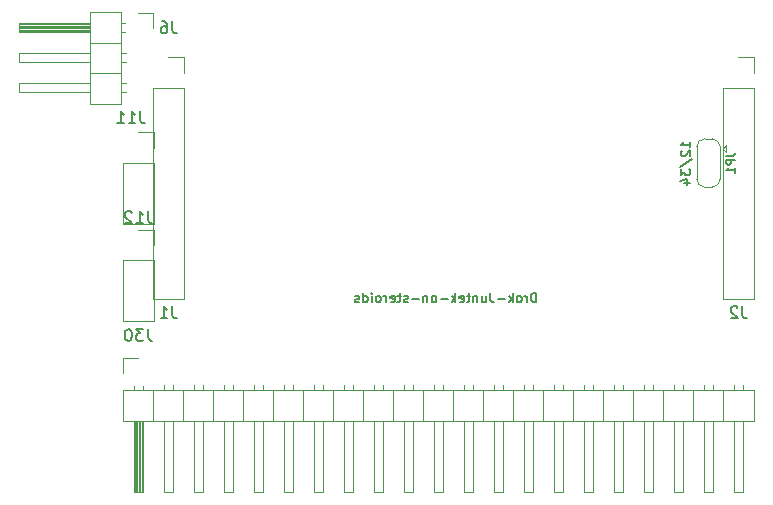
<source format=gbo>
G04 #@! TF.GenerationSoftware,KiCad,Pcbnew,(5.1.10)-1*
G04 #@! TF.CreationDate,2021-08-27T08:53:15+02:00*
G04 #@! TF.ProjectId,JuntekOnSteroidsTTGO,4a756e74-656b-44f6-9e53-7465726f6964,2.5*
G04 #@! TF.SameCoordinates,PX5b716c8PY5b716c8*
G04 #@! TF.FileFunction,Legend,Bot*
G04 #@! TF.FilePolarity,Positive*
%FSLAX46Y46*%
G04 Gerber Fmt 4.6, Leading zero omitted, Abs format (unit mm)*
G04 Created by KiCad (PCBNEW (5.1.10)-1) date 2021-08-27 08:53:15*
%MOMM*%
%LPD*%
G01*
G04 APERTURE LIST*
%ADD10C,0.150000*%
%ADD11C,0.120000*%
G04 APERTURE END LIST*
D10*
X51796904Y24193334D02*
X51796904Y24650477D01*
X51796904Y24421905D02*
X50996904Y24421905D01*
X51111190Y24498096D01*
X51187380Y24574286D01*
X51225476Y24650477D01*
X51073095Y23888572D02*
X51035000Y23850477D01*
X50996904Y23774286D01*
X50996904Y23583810D01*
X51035000Y23507620D01*
X51073095Y23469524D01*
X51149285Y23431429D01*
X51225476Y23431429D01*
X51339761Y23469524D01*
X51796904Y23926667D01*
X51796904Y23431429D01*
X50958809Y22517143D02*
X51987380Y23202858D01*
X50996904Y22326667D02*
X50996904Y21831429D01*
X51301666Y22098096D01*
X51301666Y21983810D01*
X51339761Y21907620D01*
X51377857Y21869524D01*
X51454047Y21831429D01*
X51644523Y21831429D01*
X51720714Y21869524D01*
X51758809Y21907620D01*
X51796904Y21983810D01*
X51796904Y22212381D01*
X51758809Y22288572D01*
X51720714Y22326667D01*
X51263571Y21145715D02*
X51796904Y21145715D01*
X50958809Y21336191D02*
X51530238Y21526667D01*
X51530238Y21031429D01*
X38772142Y11068096D02*
X38772142Y11868096D01*
X38581666Y11868096D01*
X38467380Y11830000D01*
X38391190Y11753810D01*
X38353095Y11677620D01*
X38315000Y11525239D01*
X38315000Y11410953D01*
X38353095Y11258572D01*
X38391190Y11182381D01*
X38467380Y11106191D01*
X38581666Y11068096D01*
X38772142Y11068096D01*
X37972142Y11068096D02*
X37972142Y11601429D01*
X37972142Y11449048D02*
X37934047Y11525239D01*
X37895952Y11563334D01*
X37819761Y11601429D01*
X37743571Y11601429D01*
X37362619Y11068096D02*
X37438809Y11106191D01*
X37476904Y11144286D01*
X37515000Y11220477D01*
X37515000Y11449048D01*
X37476904Y11525239D01*
X37438809Y11563334D01*
X37362619Y11601429D01*
X37248333Y11601429D01*
X37172142Y11563334D01*
X37134047Y11525239D01*
X37095952Y11449048D01*
X37095952Y11220477D01*
X37134047Y11144286D01*
X37172142Y11106191D01*
X37248333Y11068096D01*
X37362619Y11068096D01*
X36753095Y11068096D02*
X36753095Y11868096D01*
X36676904Y11372858D02*
X36448333Y11068096D01*
X36448333Y11601429D02*
X36753095Y11296667D01*
X36105476Y11372858D02*
X35495952Y11372858D01*
X34886428Y11868096D02*
X34886428Y11296667D01*
X34924523Y11182381D01*
X35000714Y11106191D01*
X35115000Y11068096D01*
X35191190Y11068096D01*
X34162619Y11601429D02*
X34162619Y11068096D01*
X34505476Y11601429D02*
X34505476Y11182381D01*
X34467380Y11106191D01*
X34391190Y11068096D01*
X34276904Y11068096D01*
X34200714Y11106191D01*
X34162619Y11144286D01*
X33781666Y11601429D02*
X33781666Y11068096D01*
X33781666Y11525239D02*
X33743571Y11563334D01*
X33667380Y11601429D01*
X33553095Y11601429D01*
X33476904Y11563334D01*
X33438809Y11487143D01*
X33438809Y11068096D01*
X33172142Y11601429D02*
X32867380Y11601429D01*
X33057857Y11868096D02*
X33057857Y11182381D01*
X33019761Y11106191D01*
X32943571Y11068096D01*
X32867380Y11068096D01*
X32295952Y11106191D02*
X32372142Y11068096D01*
X32524523Y11068096D01*
X32600714Y11106191D01*
X32638809Y11182381D01*
X32638809Y11487143D01*
X32600714Y11563334D01*
X32524523Y11601429D01*
X32372142Y11601429D01*
X32295952Y11563334D01*
X32257857Y11487143D01*
X32257857Y11410953D01*
X32638809Y11334762D01*
X31915000Y11068096D02*
X31915000Y11868096D01*
X31838809Y11372858D02*
X31610238Y11068096D01*
X31610238Y11601429D02*
X31915000Y11296667D01*
X31267380Y11372858D02*
X30657857Y11372858D01*
X30162619Y11068096D02*
X30238809Y11106191D01*
X30276904Y11144286D01*
X30315000Y11220477D01*
X30315000Y11449048D01*
X30276904Y11525239D01*
X30238809Y11563334D01*
X30162619Y11601429D01*
X30048333Y11601429D01*
X29972142Y11563334D01*
X29934047Y11525239D01*
X29895952Y11449048D01*
X29895952Y11220477D01*
X29934047Y11144286D01*
X29972142Y11106191D01*
X30048333Y11068096D01*
X30162619Y11068096D01*
X29553095Y11601429D02*
X29553095Y11068096D01*
X29553095Y11525239D02*
X29515000Y11563334D01*
X29438809Y11601429D01*
X29324523Y11601429D01*
X29248333Y11563334D01*
X29210238Y11487143D01*
X29210238Y11068096D01*
X28829285Y11372858D02*
X28219761Y11372858D01*
X27876904Y11106191D02*
X27800714Y11068096D01*
X27648333Y11068096D01*
X27572142Y11106191D01*
X27534047Y11182381D01*
X27534047Y11220477D01*
X27572142Y11296667D01*
X27648333Y11334762D01*
X27762619Y11334762D01*
X27838809Y11372858D01*
X27876904Y11449048D01*
X27876904Y11487143D01*
X27838809Y11563334D01*
X27762619Y11601429D01*
X27648333Y11601429D01*
X27572142Y11563334D01*
X27305476Y11601429D02*
X27000714Y11601429D01*
X27191190Y11868096D02*
X27191190Y11182381D01*
X27153095Y11106191D01*
X27076904Y11068096D01*
X27000714Y11068096D01*
X26429285Y11106191D02*
X26505476Y11068096D01*
X26657857Y11068096D01*
X26734047Y11106191D01*
X26772142Y11182381D01*
X26772142Y11487143D01*
X26734047Y11563334D01*
X26657857Y11601429D01*
X26505476Y11601429D01*
X26429285Y11563334D01*
X26391190Y11487143D01*
X26391190Y11410953D01*
X26772142Y11334762D01*
X26048333Y11068096D02*
X26048333Y11601429D01*
X26048333Y11449048D02*
X26010238Y11525239D01*
X25972142Y11563334D01*
X25895952Y11601429D01*
X25819761Y11601429D01*
X25438809Y11068096D02*
X25515000Y11106191D01*
X25553095Y11144286D01*
X25591190Y11220477D01*
X25591190Y11449048D01*
X25553095Y11525239D01*
X25515000Y11563334D01*
X25438809Y11601429D01*
X25324523Y11601429D01*
X25248333Y11563334D01*
X25210238Y11525239D01*
X25172142Y11449048D01*
X25172142Y11220477D01*
X25210238Y11144286D01*
X25248333Y11106191D01*
X25324523Y11068096D01*
X25438809Y11068096D01*
X24829285Y11068096D02*
X24829285Y11601429D01*
X24829285Y11868096D02*
X24867380Y11830000D01*
X24829285Y11791905D01*
X24791190Y11830000D01*
X24829285Y11868096D01*
X24829285Y11791905D01*
X24105476Y11068096D02*
X24105476Y11868096D01*
X24105476Y11106191D02*
X24181666Y11068096D01*
X24334047Y11068096D01*
X24410238Y11106191D01*
X24448333Y11144286D01*
X24486428Y11220477D01*
X24486428Y11449048D01*
X24448333Y11525239D01*
X24410238Y11563334D01*
X24334047Y11601429D01*
X24181666Y11601429D01*
X24105476Y11563334D01*
X23762619Y11106191D02*
X23686428Y11068096D01*
X23534047Y11068096D01*
X23457857Y11106191D01*
X23419761Y11182381D01*
X23419761Y11220477D01*
X23457857Y11296667D01*
X23534047Y11334762D01*
X23648333Y11334762D01*
X23724523Y11372858D01*
X23762619Y11449048D01*
X23762619Y11487143D01*
X23724523Y11563334D01*
X23648333Y11601429D01*
X23534047Y11601429D01*
X23457857Y11563334D01*
D11*
G04 #@! TO.C,J12*
X6410000Y9465000D02*
X3750000Y9465000D01*
X6410000Y14605000D02*
X6410000Y9465000D01*
X3750000Y14605000D02*
X3750000Y9465000D01*
X6410000Y14605000D02*
X3750000Y14605000D01*
X6410000Y15875000D02*
X6410000Y17205000D01*
X6410000Y17205000D02*
X5080000Y17205000D01*
G04 #@! TO.C,J11*
X6410000Y17720000D02*
X3750000Y17720000D01*
X6410000Y22860000D02*
X6410000Y17720000D01*
X3750000Y22860000D02*
X3750000Y17720000D01*
X6410000Y22860000D02*
X3750000Y22860000D01*
X6410000Y24130000D02*
X6410000Y25460000D01*
X6410000Y25460000D02*
X5080000Y25460000D01*
G04 #@! TO.C,JP1*
X54540000Y24060000D02*
X54840000Y23760000D01*
X54840000Y24360000D02*
X54840000Y23760000D01*
X54540000Y24060000D02*
X54840000Y24360000D01*
X53640000Y24910000D02*
X53040000Y24910000D01*
X54340000Y21460000D02*
X54340000Y24260000D01*
X53040000Y20810000D02*
X53640000Y20810000D01*
X52340000Y24260000D02*
X52340000Y21460000D01*
X53040000Y24910000D02*
G75*
G03*
X52340000Y24210000I0J-700000D01*
G01*
X54340000Y24210000D02*
G75*
G03*
X53640000Y24910000I-700000J0D01*
G01*
X53640000Y20810000D02*
G75*
G03*
X54340000Y21510000I0J700000D01*
G01*
X52340000Y21510000D02*
G75*
G03*
X53040000Y20810000I700000J0D01*
G01*
G04 #@! TO.C,J30*
X3810000Y6350000D02*
X3810000Y5080000D01*
X5080000Y6350000D02*
X3810000Y6350000D01*
X56260000Y4037071D02*
X56260000Y3640000D01*
X55500000Y4037071D02*
X55500000Y3640000D01*
X56260000Y-5020000D02*
X56260000Y980000D01*
X55500000Y-5020000D02*
X56260000Y-5020000D01*
X55500000Y980000D02*
X55500000Y-5020000D01*
X54610000Y3640000D02*
X54610000Y980000D01*
X53720000Y4037071D02*
X53720000Y3640000D01*
X52960000Y4037071D02*
X52960000Y3640000D01*
X53720000Y-5020000D02*
X53720000Y980000D01*
X52960000Y-5020000D02*
X53720000Y-5020000D01*
X52960000Y980000D02*
X52960000Y-5020000D01*
X52070000Y3640000D02*
X52070000Y980000D01*
X51180000Y4037071D02*
X51180000Y3640000D01*
X50420000Y4037071D02*
X50420000Y3640000D01*
X51180000Y-5020000D02*
X51180000Y980000D01*
X50420000Y-5020000D02*
X51180000Y-5020000D01*
X50420000Y980000D02*
X50420000Y-5020000D01*
X49530000Y3640000D02*
X49530000Y980000D01*
X48640000Y4037071D02*
X48640000Y3640000D01*
X47880000Y4037071D02*
X47880000Y3640000D01*
X48640000Y-5020000D02*
X48640000Y980000D01*
X47880000Y-5020000D02*
X48640000Y-5020000D01*
X47880000Y980000D02*
X47880000Y-5020000D01*
X46990000Y3640000D02*
X46990000Y980000D01*
X46100000Y4037071D02*
X46100000Y3640000D01*
X45340000Y4037071D02*
X45340000Y3640000D01*
X46100000Y-5020000D02*
X46100000Y980000D01*
X45340000Y-5020000D02*
X46100000Y-5020000D01*
X45340000Y980000D02*
X45340000Y-5020000D01*
X44450000Y3640000D02*
X44450000Y980000D01*
X43560000Y4037071D02*
X43560000Y3640000D01*
X42800000Y4037071D02*
X42800000Y3640000D01*
X43560000Y-5020000D02*
X43560000Y980000D01*
X42800000Y-5020000D02*
X43560000Y-5020000D01*
X42800000Y980000D02*
X42800000Y-5020000D01*
X41910000Y3640000D02*
X41910000Y980000D01*
X41020000Y4037071D02*
X41020000Y3640000D01*
X40260000Y4037071D02*
X40260000Y3640000D01*
X41020000Y-5020000D02*
X41020000Y980000D01*
X40260000Y-5020000D02*
X41020000Y-5020000D01*
X40260000Y980000D02*
X40260000Y-5020000D01*
X39370000Y3640000D02*
X39370000Y980000D01*
X38480000Y4037071D02*
X38480000Y3640000D01*
X37720000Y4037071D02*
X37720000Y3640000D01*
X38480000Y-5020000D02*
X38480000Y980000D01*
X37720000Y-5020000D02*
X38480000Y-5020000D01*
X37720000Y980000D02*
X37720000Y-5020000D01*
X36830000Y3640000D02*
X36830000Y980000D01*
X35940000Y4037071D02*
X35940000Y3640000D01*
X35180000Y4037071D02*
X35180000Y3640000D01*
X35940000Y-5020000D02*
X35940000Y980000D01*
X35180000Y-5020000D02*
X35940000Y-5020000D01*
X35180000Y980000D02*
X35180000Y-5020000D01*
X34290000Y3640000D02*
X34290000Y980000D01*
X33400000Y4037071D02*
X33400000Y3640000D01*
X32640000Y4037071D02*
X32640000Y3640000D01*
X33400000Y-5020000D02*
X33400000Y980000D01*
X32640000Y-5020000D02*
X33400000Y-5020000D01*
X32640000Y980000D02*
X32640000Y-5020000D01*
X31750000Y3640000D02*
X31750000Y980000D01*
X30860000Y4037071D02*
X30860000Y3640000D01*
X30100000Y4037071D02*
X30100000Y3640000D01*
X30860000Y-5020000D02*
X30860000Y980000D01*
X30100000Y-5020000D02*
X30860000Y-5020000D01*
X30100000Y980000D02*
X30100000Y-5020000D01*
X29210000Y3640000D02*
X29210000Y980000D01*
X28320000Y4037071D02*
X28320000Y3640000D01*
X27560000Y4037071D02*
X27560000Y3640000D01*
X28320000Y-5020000D02*
X28320000Y980000D01*
X27560000Y-5020000D02*
X28320000Y-5020000D01*
X27560000Y980000D02*
X27560000Y-5020000D01*
X26670000Y3640000D02*
X26670000Y980000D01*
X25780000Y4037071D02*
X25780000Y3640000D01*
X25020000Y4037071D02*
X25020000Y3640000D01*
X25780000Y-5020000D02*
X25780000Y980000D01*
X25020000Y-5020000D02*
X25780000Y-5020000D01*
X25020000Y980000D02*
X25020000Y-5020000D01*
X24130000Y3640000D02*
X24130000Y980000D01*
X23240000Y4037071D02*
X23240000Y3640000D01*
X22480000Y4037071D02*
X22480000Y3640000D01*
X23240000Y-5020000D02*
X23240000Y980000D01*
X22480000Y-5020000D02*
X23240000Y-5020000D01*
X22480000Y980000D02*
X22480000Y-5020000D01*
X21590000Y3640000D02*
X21590000Y980000D01*
X20700000Y4037071D02*
X20700000Y3640000D01*
X19940000Y4037071D02*
X19940000Y3640000D01*
X20700000Y-5020000D02*
X20700000Y980000D01*
X19940000Y-5020000D02*
X20700000Y-5020000D01*
X19940000Y980000D02*
X19940000Y-5020000D01*
X19050000Y3640000D02*
X19050000Y980000D01*
X18160000Y4037071D02*
X18160000Y3640000D01*
X17400000Y4037071D02*
X17400000Y3640000D01*
X18160000Y-5020000D02*
X18160000Y980000D01*
X17400000Y-5020000D02*
X18160000Y-5020000D01*
X17400000Y980000D02*
X17400000Y-5020000D01*
X16510000Y3640000D02*
X16510000Y980000D01*
X15620000Y4037071D02*
X15620000Y3640000D01*
X14860000Y4037071D02*
X14860000Y3640000D01*
X15620000Y-5020000D02*
X15620000Y980000D01*
X14860000Y-5020000D02*
X15620000Y-5020000D01*
X14860000Y980000D02*
X14860000Y-5020000D01*
X13970000Y3640000D02*
X13970000Y980000D01*
X13080000Y4037071D02*
X13080000Y3640000D01*
X12320000Y4037071D02*
X12320000Y3640000D01*
X13080000Y-5020000D02*
X13080000Y980000D01*
X12320000Y-5020000D02*
X13080000Y-5020000D01*
X12320000Y980000D02*
X12320000Y-5020000D01*
X11430000Y3640000D02*
X11430000Y980000D01*
X10540000Y4037071D02*
X10540000Y3640000D01*
X9780000Y4037071D02*
X9780000Y3640000D01*
X10540000Y-5020000D02*
X10540000Y980000D01*
X9780000Y-5020000D02*
X10540000Y-5020000D01*
X9780000Y980000D02*
X9780000Y-5020000D01*
X8890000Y3640000D02*
X8890000Y980000D01*
X8000000Y4037071D02*
X8000000Y3640000D01*
X7240000Y4037071D02*
X7240000Y3640000D01*
X8000000Y-5020000D02*
X8000000Y980000D01*
X7240000Y-5020000D02*
X8000000Y-5020000D01*
X7240000Y980000D02*
X7240000Y-5020000D01*
X6350000Y3640000D02*
X6350000Y980000D01*
X5460000Y3970000D02*
X5460000Y3640000D01*
X4700000Y3970000D02*
X4700000Y3640000D01*
X5360000Y980000D02*
X5360000Y-5020000D01*
X5240000Y980000D02*
X5240000Y-5020000D01*
X5120000Y980000D02*
X5120000Y-5020000D01*
X5000000Y980000D02*
X5000000Y-5020000D01*
X4880000Y980000D02*
X4880000Y-5020000D01*
X4760000Y980000D02*
X4760000Y-5020000D01*
X5460000Y-5020000D02*
X5460000Y980000D01*
X4700000Y-5020000D02*
X5460000Y-5020000D01*
X4700000Y980000D02*
X4700000Y-5020000D01*
X3750000Y980000D02*
X3750000Y3640000D01*
X57210000Y980000D02*
X3750000Y980000D01*
X57210000Y3640000D02*
X57210000Y980000D01*
X3750000Y3640000D02*
X57210000Y3640000D01*
G04 #@! TO.C,J6*
X6350000Y35560000D02*
X5080000Y35560000D01*
X6350000Y34290000D02*
X6350000Y35560000D01*
X4037071Y28830000D02*
X3640000Y28830000D01*
X4037071Y29590000D02*
X3640000Y29590000D01*
X-5020000Y28830000D02*
X980000Y28830000D01*
X-5020000Y29590000D02*
X-5020000Y28830000D01*
X980000Y29590000D02*
X-5020000Y29590000D01*
X3640000Y30480000D02*
X980000Y30480000D01*
X4037071Y31370000D02*
X3640000Y31370000D01*
X4037071Y32130000D02*
X3640000Y32130000D01*
X-5020000Y31370000D02*
X980000Y31370000D01*
X-5020000Y32130000D02*
X-5020000Y31370000D01*
X980000Y32130000D02*
X-5020000Y32130000D01*
X3640000Y33020000D02*
X980000Y33020000D01*
X3970000Y33910000D02*
X3640000Y33910000D01*
X3970000Y34670000D02*
X3640000Y34670000D01*
X980000Y34010000D02*
X-5020000Y34010000D01*
X980000Y34130000D02*
X-5020000Y34130000D01*
X980000Y34250000D02*
X-5020000Y34250000D01*
X980000Y34370000D02*
X-5020000Y34370000D01*
X980000Y34490000D02*
X-5020000Y34490000D01*
X980000Y34610000D02*
X-5020000Y34610000D01*
X-5020000Y33910000D02*
X980000Y33910000D01*
X-5020000Y34670000D02*
X-5020000Y33910000D01*
X980000Y34670000D02*
X-5020000Y34670000D01*
X980000Y35620000D02*
X3640000Y35620000D01*
X980000Y27880000D02*
X980000Y35620000D01*
X3640000Y27880000D02*
X980000Y27880000D01*
X3640000Y35620000D02*
X3640000Y27880000D01*
G04 #@! TO.C,J2*
X57210000Y11370000D02*
X54550000Y11370000D01*
X57210000Y29210000D02*
X57210000Y11370000D01*
X54550000Y29210000D02*
X54550000Y11370000D01*
X57210000Y29210000D02*
X54550000Y29210000D01*
X57210000Y30480000D02*
X57210000Y31810000D01*
X57210000Y31810000D02*
X55880000Y31810000D01*
G04 #@! TO.C,J1*
X8950000Y11370000D02*
X6290000Y11370000D01*
X8950000Y29210000D02*
X8950000Y11370000D01*
X6290000Y29210000D02*
X6290000Y11370000D01*
X8950000Y29210000D02*
X6290000Y29210000D01*
X8950000Y30480000D02*
X8950000Y31810000D01*
X8950000Y31810000D02*
X7620000Y31810000D01*
G04 #@! TO.C,J12*
D10*
X5889523Y18752620D02*
X5889523Y18038334D01*
X5937142Y17895477D01*
X6032380Y17800239D01*
X6175238Y17752620D01*
X6270476Y17752620D01*
X4889523Y17752620D02*
X5460952Y17752620D01*
X5175238Y17752620D02*
X5175238Y18752620D01*
X5270476Y18609762D01*
X5365714Y18514524D01*
X5460952Y18466905D01*
X4508571Y18657381D02*
X4460952Y18705000D01*
X4365714Y18752620D01*
X4127619Y18752620D01*
X4032380Y18705000D01*
X3984761Y18657381D01*
X3937142Y18562143D01*
X3937142Y18466905D01*
X3984761Y18324048D01*
X4556190Y17752620D01*
X3937142Y17752620D01*
G04 #@! TO.C,J11*
X5254523Y27217620D02*
X5254523Y26503334D01*
X5302142Y26360477D01*
X5397380Y26265239D01*
X5540238Y26217620D01*
X5635476Y26217620D01*
X4254523Y26217620D02*
X4825952Y26217620D01*
X4540238Y26217620D02*
X4540238Y27217620D01*
X4635476Y27074762D01*
X4730714Y26979524D01*
X4825952Y26931905D01*
X3302142Y26217620D02*
X3873571Y26217620D01*
X3587857Y26217620D02*
X3587857Y27217620D01*
X3683095Y27074762D01*
X3778333Y26979524D01*
X3873571Y26931905D01*
G04 #@! TO.C,JP1*
X54861666Y23443334D02*
X55361666Y23443334D01*
X55461666Y23476667D01*
X55528333Y23543334D01*
X55561666Y23643334D01*
X55561666Y23710000D01*
X55561666Y23110000D02*
X54861666Y23110000D01*
X54861666Y22843334D01*
X54895000Y22776667D01*
X54928333Y22743334D01*
X54995000Y22710000D01*
X55095000Y22710000D01*
X55161666Y22743334D01*
X55195000Y22776667D01*
X55228333Y22843334D01*
X55228333Y23110000D01*
X55561666Y22043334D02*
X55561666Y22443334D01*
X55561666Y22243334D02*
X54861666Y22243334D01*
X54961666Y22310000D01*
X55028333Y22376667D01*
X55061666Y22443334D01*
G04 #@! TO.C,J30*
X5889523Y8802620D02*
X5889523Y8088334D01*
X5937142Y7945477D01*
X6032380Y7850239D01*
X6175238Y7802620D01*
X6270476Y7802620D01*
X5508571Y8802620D02*
X4889523Y8802620D01*
X5222857Y8421667D01*
X5080000Y8421667D01*
X4984761Y8374048D01*
X4937142Y8326429D01*
X4889523Y8231191D01*
X4889523Y7993096D01*
X4937142Y7897858D01*
X4984761Y7850239D01*
X5080000Y7802620D01*
X5365714Y7802620D01*
X5460952Y7850239D01*
X5508571Y7897858D01*
X4270476Y8802620D02*
X4175238Y8802620D01*
X4080000Y8755000D01*
X4032380Y8707381D01*
X3984761Y8612143D01*
X3937142Y8421667D01*
X3937142Y8183572D01*
X3984761Y7993096D01*
X4032380Y7897858D01*
X4080000Y7850239D01*
X4175238Y7802620D01*
X4270476Y7802620D01*
X4365714Y7850239D01*
X4413333Y7897858D01*
X4460952Y7993096D01*
X4508571Y8183572D01*
X4508571Y8421667D01*
X4460952Y8612143D01*
X4413333Y8707381D01*
X4365714Y8755000D01*
X4270476Y8802620D01*
G04 #@! TO.C,J6*
X7953333Y34837620D02*
X7953333Y34123334D01*
X8000952Y33980477D01*
X8096190Y33885239D01*
X8239047Y33837620D01*
X8334285Y33837620D01*
X7048571Y34837620D02*
X7239047Y34837620D01*
X7334285Y34790000D01*
X7381904Y34742381D01*
X7477142Y34599524D01*
X7524761Y34409048D01*
X7524761Y34028096D01*
X7477142Y33932858D01*
X7429523Y33885239D01*
X7334285Y33837620D01*
X7143809Y33837620D01*
X7048571Y33885239D01*
X7000952Y33932858D01*
X6953333Y34028096D01*
X6953333Y34266191D01*
X7000952Y34361429D01*
X7048571Y34409048D01*
X7143809Y34456667D01*
X7334285Y34456667D01*
X7429523Y34409048D01*
X7477142Y34361429D01*
X7524761Y34266191D01*
G04 #@! TO.C,J2*
X56213333Y10707620D02*
X56213333Y9993334D01*
X56260952Y9850477D01*
X56356190Y9755239D01*
X56499047Y9707620D01*
X56594285Y9707620D01*
X55784761Y10612381D02*
X55737142Y10660000D01*
X55641904Y10707620D01*
X55403809Y10707620D01*
X55308571Y10660000D01*
X55260952Y10612381D01*
X55213333Y10517143D01*
X55213333Y10421905D01*
X55260952Y10279048D01*
X55832380Y9707620D01*
X55213333Y9707620D01*
G04 #@! TO.C,J1*
X7953333Y10707620D02*
X7953333Y9993334D01*
X8000952Y9850477D01*
X8096190Y9755239D01*
X8239047Y9707620D01*
X8334285Y9707620D01*
X6953333Y9707620D02*
X7524761Y9707620D01*
X7239047Y9707620D02*
X7239047Y10707620D01*
X7334285Y10564762D01*
X7429523Y10469524D01*
X7524761Y10421905D01*
G04 #@! TD*
M02*

</source>
